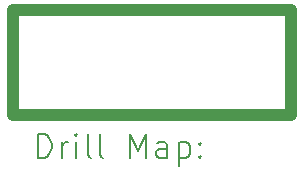
<source format=gbr>
%TF.GenerationSoftware,KiCad,Pcbnew,7.0.6*%
%TF.CreationDate,2023-10-13T18:17:28+03:00*%
%TF.ProjectId,colorimeter-led,636f6c6f-7269-46d6-9574-65722d6c6564,rev?*%
%TF.SameCoordinates,Original*%
%TF.FileFunction,Drillmap*%
%TF.FilePolarity,Positive*%
%FSLAX45Y45*%
G04 Gerber Fmt 4.5, Leading zero omitted, Abs format (unit mm)*
G04 Created by KiCad (PCBNEW 7.0.6) date 2023-10-13 18:17:28*
%MOMM*%
%LPD*%
G01*
G04 APERTURE LIST*
%ADD10C,1.000000*%
%ADD11C,0.200000*%
G04 APERTURE END LIST*
D10*
X8890000Y-6350000D02*
X11239500Y-6350000D01*
X11239500Y-7239000D01*
X8890000Y-7239000D01*
X8890000Y-6350000D01*
D11*
X9100777Y-7600484D02*
X9100777Y-7400484D01*
X9100777Y-7400484D02*
X9148396Y-7400484D01*
X9148396Y-7400484D02*
X9176967Y-7410008D01*
X9176967Y-7410008D02*
X9196015Y-7429055D01*
X9196015Y-7429055D02*
X9205539Y-7448103D01*
X9205539Y-7448103D02*
X9215063Y-7486198D01*
X9215063Y-7486198D02*
X9215063Y-7514769D01*
X9215063Y-7514769D02*
X9205539Y-7552865D01*
X9205539Y-7552865D02*
X9196015Y-7571912D01*
X9196015Y-7571912D02*
X9176967Y-7590960D01*
X9176967Y-7590960D02*
X9148396Y-7600484D01*
X9148396Y-7600484D02*
X9100777Y-7600484D01*
X9300777Y-7600484D02*
X9300777Y-7467150D01*
X9300777Y-7505246D02*
X9310301Y-7486198D01*
X9310301Y-7486198D02*
X9319824Y-7476674D01*
X9319824Y-7476674D02*
X9338872Y-7467150D01*
X9338872Y-7467150D02*
X9357920Y-7467150D01*
X9424586Y-7600484D02*
X9424586Y-7467150D01*
X9424586Y-7400484D02*
X9415063Y-7410008D01*
X9415063Y-7410008D02*
X9424586Y-7419531D01*
X9424586Y-7419531D02*
X9434110Y-7410008D01*
X9434110Y-7410008D02*
X9424586Y-7400484D01*
X9424586Y-7400484D02*
X9424586Y-7419531D01*
X9548396Y-7600484D02*
X9529348Y-7590960D01*
X9529348Y-7590960D02*
X9519824Y-7571912D01*
X9519824Y-7571912D02*
X9519824Y-7400484D01*
X9653158Y-7600484D02*
X9634110Y-7590960D01*
X9634110Y-7590960D02*
X9624586Y-7571912D01*
X9624586Y-7571912D02*
X9624586Y-7400484D01*
X9881729Y-7600484D02*
X9881729Y-7400484D01*
X9881729Y-7400484D02*
X9948396Y-7543341D01*
X9948396Y-7543341D02*
X10015063Y-7400484D01*
X10015063Y-7400484D02*
X10015063Y-7600484D01*
X10196015Y-7600484D02*
X10196015Y-7495722D01*
X10196015Y-7495722D02*
X10186491Y-7476674D01*
X10186491Y-7476674D02*
X10167444Y-7467150D01*
X10167444Y-7467150D02*
X10129348Y-7467150D01*
X10129348Y-7467150D02*
X10110301Y-7476674D01*
X10196015Y-7590960D02*
X10176967Y-7600484D01*
X10176967Y-7600484D02*
X10129348Y-7600484D01*
X10129348Y-7600484D02*
X10110301Y-7590960D01*
X10110301Y-7590960D02*
X10100777Y-7571912D01*
X10100777Y-7571912D02*
X10100777Y-7552865D01*
X10100777Y-7552865D02*
X10110301Y-7533817D01*
X10110301Y-7533817D02*
X10129348Y-7524293D01*
X10129348Y-7524293D02*
X10176967Y-7524293D01*
X10176967Y-7524293D02*
X10196015Y-7514769D01*
X10291253Y-7467150D02*
X10291253Y-7667150D01*
X10291253Y-7476674D02*
X10310301Y-7467150D01*
X10310301Y-7467150D02*
X10348396Y-7467150D01*
X10348396Y-7467150D02*
X10367444Y-7476674D01*
X10367444Y-7476674D02*
X10376967Y-7486198D01*
X10376967Y-7486198D02*
X10386491Y-7505246D01*
X10386491Y-7505246D02*
X10386491Y-7562388D01*
X10386491Y-7562388D02*
X10376967Y-7581436D01*
X10376967Y-7581436D02*
X10367444Y-7590960D01*
X10367444Y-7590960D02*
X10348396Y-7600484D01*
X10348396Y-7600484D02*
X10310301Y-7600484D01*
X10310301Y-7600484D02*
X10291253Y-7590960D01*
X10472205Y-7581436D02*
X10481729Y-7590960D01*
X10481729Y-7590960D02*
X10472205Y-7600484D01*
X10472205Y-7600484D02*
X10462682Y-7590960D01*
X10462682Y-7590960D02*
X10472205Y-7581436D01*
X10472205Y-7581436D02*
X10472205Y-7600484D01*
X10472205Y-7476674D02*
X10481729Y-7486198D01*
X10481729Y-7486198D02*
X10472205Y-7495722D01*
X10472205Y-7495722D02*
X10462682Y-7486198D01*
X10462682Y-7486198D02*
X10472205Y-7476674D01*
X10472205Y-7476674D02*
X10472205Y-7495722D01*
M02*

</source>
